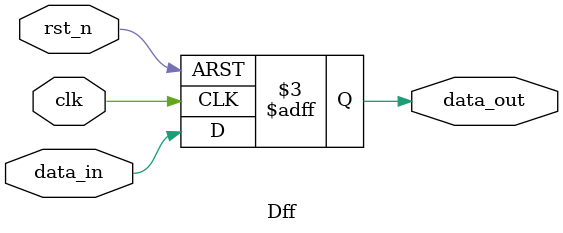
<source format=v>
module Dff(input clk, rst_n, data_in, output reg data_out);
    always@(posedge clk, negedge rst_n) begin
        if(!rst_n)
            data_out <= 1'b0;
        else
            data_out <=  data_in;
    end
endmodule

</source>
